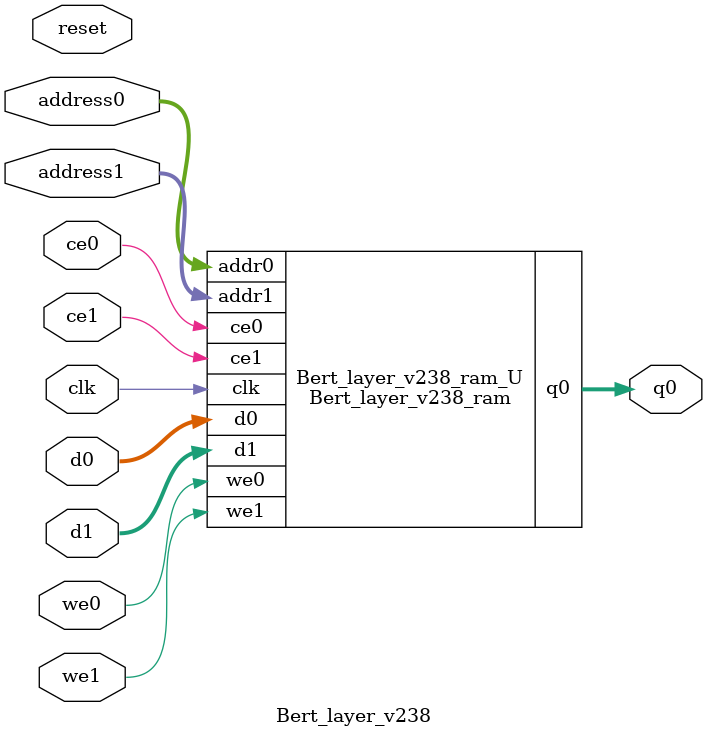
<source format=v>
`timescale 1 ns / 1 ps
module Bert_layer_v238_ram (addr0, ce0, d0, we0, q0, addr1, ce1, d1, we1,  clk);

parameter DWIDTH = 32;
parameter AWIDTH = 14;
parameter MEM_SIZE = 9216;

input[AWIDTH-1:0] addr0;
input ce0;
input[DWIDTH-1:0] d0;
input we0;
output reg[DWIDTH-1:0] q0;
input[AWIDTH-1:0] addr1;
input ce1;
input[DWIDTH-1:0] d1;
input we1;
input clk;

(* ram_style = "block" *)reg [DWIDTH-1:0] ram[0:MEM_SIZE-1];




always @(posedge clk)  
begin 
    if (ce0) begin
        if (we0) 
            ram[addr0] <= d0; 
        q0 <= ram[addr0];
    end
end


always @(posedge clk)  
begin 
    if (ce1) begin
        if (we1) 
            ram[addr1] <= d1; 
    end
end


endmodule

`timescale 1 ns / 1 ps
module Bert_layer_v238(
    reset,
    clk,
    address0,
    ce0,
    we0,
    d0,
    q0,
    address1,
    ce1,
    we1,
    d1);

parameter DataWidth = 32'd32;
parameter AddressRange = 32'd9216;
parameter AddressWidth = 32'd14;
input reset;
input clk;
input[AddressWidth - 1:0] address0;
input ce0;
input we0;
input[DataWidth - 1:0] d0;
output[DataWidth - 1:0] q0;
input[AddressWidth - 1:0] address1;
input ce1;
input we1;
input[DataWidth - 1:0] d1;



Bert_layer_v238_ram Bert_layer_v238_ram_U(
    .clk( clk ),
    .addr0( address0 ),
    .ce0( ce0 ),
    .we0( we0 ),
    .d0( d0 ),
    .q0( q0 ),
    .addr1( address1 ),
    .ce1( ce1 ),
    .we1( we1 ),
    .d1( d1 ));

endmodule


</source>
